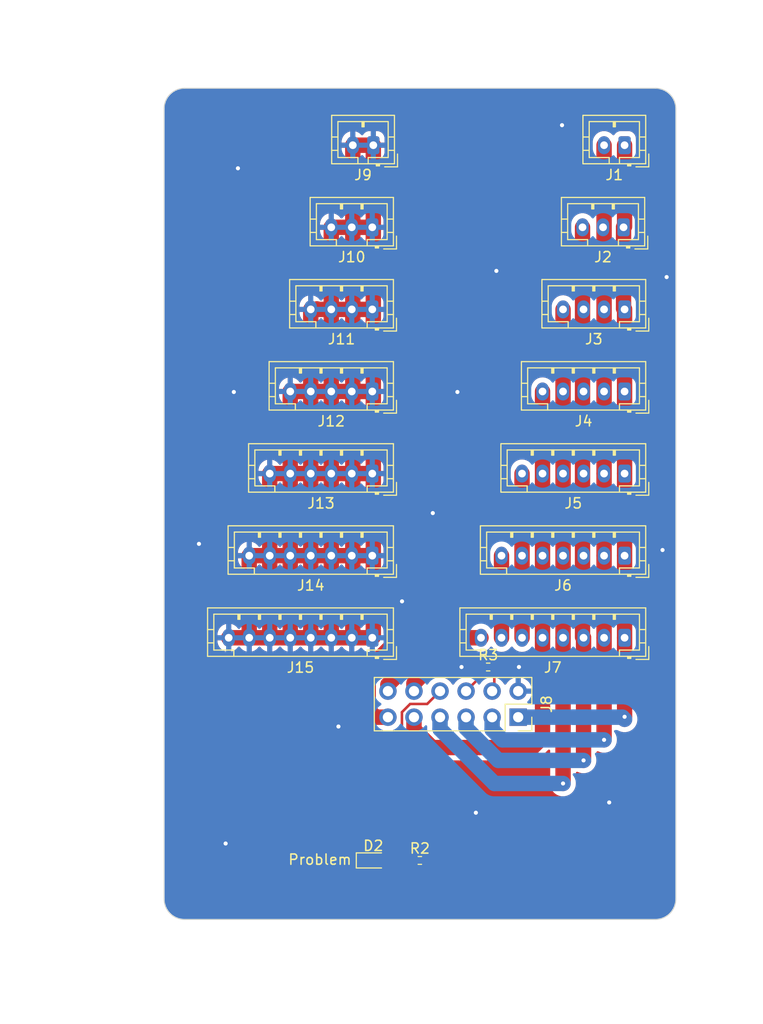
<source format=kicad_pcb>
(kicad_pcb (version 20221018) (generator pcbnew)
  (layers (0 "F.Cu" signal) (31 "B.Cu" signal) (34 "B.Paste" user) (35 "F.Paste" user) (36 "B.SilkS" user "B.Silkscreen") (37 "F.SilkS" user "F.Silkscreen") (38 "B.Mask" user) (39 "F.Mask" user) (44 "Edge.Cuts" user))
  (net 0 "")
  (net 1 "GND")
  (net 2 "/GPIO")
  (net 3 "Net-(D2-A)")
  (net 4 "Net-(J1-Pin_1)")
  (net 5 "Net-(J1-Pin_2)")
  (net 6 "Net-(J2-Pin_3)")
  (net 7 "Net-(J3-Pin_4)")
  (net 8 "Net-(J5-Pin_6)")
  (net 9 "Net-(J6-Pin_7)")
  (net 10 "Net-(J7-Pin_8)")
  (net 11 "/ADC")
  (net 12 "/GPIO9")
  (net 13 "Net-(J4-Pin_5)")
  (footprint "Connector_PinSocket_2.54mm:PinSocket_2x06_P2.54mm_Vertical" (layer "F.Cu") (at 174.125 135.29 -90)
    (fp_text reference "J8" (at -1.27 -2.77 90) (layer "F.SilkS"))
    (fp_text value "Conn_02x06_Odd_Even")
    (pad "1" thru_hole rect (at 0 0 270) (size 1.7 1.7) (drill 1) (layers "*.Cu" "*.Mask") (net 4 "Net-(J1-Pin_1)"))
    (pad "2" thru_hole oval (at -2.54 0 270) (size 1.7 1.7) (drill 1) (layers "*.Cu" "*.Mask") (net 1 "GND"))
    (pad "3" thru_hole oval (at 0 2.54 270) (size 1.7 1.7) (drill 1) (layers "*.Cu" "*.Mask") (net 5 "Net-(J1-Pin_2)"))
    (pad "4" thru_hole oval (at -2.54 2.54 270) (size 1.7 1.7) (drill 1) (layers "*.Cu" "*.Mask") (net 2 "/GPIO"))
    (pad "5" thru_hole oval (at 0 5.08 270) (size 1.7 1.7) (drill 1) (layers "*.Cu" "*.Mask") (net 6 "Net-(J2-Pin_3)"))
    (pad "6" thru_hole oval (at -2.54 5.08 270) (size 1.7 1.7) (drill 1) (layers "*.Cu" "*.Mask") (net 11 "/ADC"))
    (pad "7" thru_hole oval (at 0 7.62 270) (size 1.7 1.7) (drill 1) (layers "*.Cu" "*.Mask") (net 7 "Net-(J3-Pin_4)"))
    (pad "8" thru_hole oval (at -2.54 7.62 270) (size 1.7 1.7) (drill 1) (layers "*.Cu" "*.Mask") (net 12 "/GPIO9"))
    (pad "9" thru_hole oval (at 0 10.16 270) (size 1.7 1.7) (drill 1) (layers "*.Cu" "*.Mask") (net 13 "Net-(J4-Pin_5)"))
    (pad "10" thru_hole oval (at -2.54 10.16 270) (size 1.7 1.7) (drill 1) (layers "*.Cu" "*.Mask") (net 10 "Net-(J7-Pin_8)"))
    (pad "11" thru_hole oval (at 0 12.7 270) (size 1.7 1.7) (drill 1) (layers "*.Cu" "*.Mask") (net 8 "Net-(J5-Pin_6)"))
    (pad "12" thru_hole oval (at -2.54 12.7 270) (size 1.7 1.7) (drill 1) (layers "*.Cu" "*.Mask") (net 9 "Net-(J6-Pin_7)"))
  )
  (footprint "Connector_JST:JST_PH_B7B-PH-K_1x07_P2.00mm_Vertical" (layer "F.Cu") (at 184.5 119.55 180)
    (fp_text reference "J6" (at 6 -2.9) (layer "F.SilkS"))
    (fp_text value "Conn_01x07")
    (pad "1" thru_hole roundrect (at 0 0 180) (size 1.2 1.75) (drill 0.75) (layers "*.Cu" "*.Mask") (roundrect_rratio 0.208333) (net 4 "Net-(J1-Pin_1)"))
    (pad "2" thru_hole oval (at 2 0 180) (size 1.2 1.75) (drill 0.75) (layers "*.Cu" "*.Mask") (net 5 "Net-(J1-Pin_2)"))
    (pad "3" thru_hole oval (at 4 0 180) (size 1.2 1.75) (drill 0.75) (layers "*.Cu" "*.Mask") (net 6 "Net-(J2-Pin_3)"))
    (pad "4" thru_hole oval (at 6 0 180) (size 1.2 1.75) (drill 0.75) (layers "*.Cu" "*.Mask") (net 7 "Net-(J3-Pin_4)"))
    (pad "5" thru_hole oval (at 8 0 180) (size 1.2 1.75) (drill 0.75) (layers "*.Cu" "*.Mask") (net 13 "Net-(J4-Pin_5)"))
    (pad "6" thru_hole oval (at 10 0 180) (size 1.2 1.75) (drill 0.75) (layers "*.Cu" "*.Mask") (net 8 "Net-(J5-Pin_6)"))
    (pad "7" thru_hole oval (at 12 0 180) (size 1.2 1.75) (drill 0.75) (layers "*.Cu" "*.Mask") (net 9 "Net-(J6-Pin_7)"))
  )
  (footprint "Connector_JST:JST_PH_B6B-PH-K_1x06_P2.00mm_Vertical" (layer "F.Cu") (at 184.5 111.55 180)
    (fp_text reference "J5" (at 5 -2.9) (layer "F.SilkS"))
    (fp_text value "Conn_01x06")
    (pad "1" thru_hole roundrect (at 0 0 180) (size 1.2 1.75) (drill 0.75) (layers "*.Cu" "*.Mask") (roundrect_rratio 0.208333) (net 4 "Net-(J1-Pin_1)"))
    (pad "2" thru_hole oval (at 2 0 180) (size 1.2 1.75) (drill 0.75) (layers "*.Cu" "*.Mask") (net 5 "Net-(J1-Pin_2)"))
    (pad "3" thru_hole oval (at 4 0 180) (size 1.2 1.75) (drill 0.75) (layers "*.Cu" "*.Mask") (net 6 "Net-(J2-Pin_3)"))
    (pad "4" thru_hole oval (at 6 0 180) (size 1.2 1.75) (drill 0.75) (layers "*.Cu" "*.Mask") (net 7 "Net-(J3-Pin_4)"))
    (pad "5" thru_hole oval (at 8 0 180) (size 1.2 1.75) (drill 0.75) (layers "*.Cu" "*.Mask") (net 13 "Net-(J4-Pin_5)"))
    (pad "6" thru_hole oval (at 10 0 180) (size 1.2 1.75) (drill 0.75) (layers "*.Cu" "*.Mask") (net 8 "Net-(J5-Pin_6)"))
  )
  (footprint "Resistor_SMD:R_0402_1005Metric_Pad0.72x0.64mm_HandSolder" (layer "F.Cu") (at 164.5375 149.25)
    (fp_text reference "R2" (at 0 -1.17) (layer "F.SilkS"))
    (fp_text value "470")
    (pad "1" smd roundrect (at -0.5975 0) (size 0.715 0.64) (layers "F.Cu" "F.Paste" "F.Mask") (net 12 "/GPIO9"))
    (pad "2" smd roundrect (at 0.5975 0) (size 0.715 0.64) (layers "F.Cu" "F.Paste" "F.Mask") (net 3 "Net-(D2-A)"))
  )
  (footprint "Connector_JST:JST_PH_B8B-PH-K_1x08_P2.00mm_Vertical" (layer "F.Cu") (at 159.9 127.55 180)
    (fp_text reference "J15" (at 7 -2.9 180) (layer "F.SilkS"))
    (fp_text value "Conn_01x08")
    (pad "1" thru_hole roundrect (at 0 0 180) (size 1.2 1.75) (drill 0.75) (layers "*.Cu" "*.Mask") (roundrect_rratio 0.208333) (net 1 "GND"))
    (pad "2" thru_hole oval (at 2 0 180) (size 1.2 1.75) (drill 0.75) (layers "*.Cu" "*.Mask") (net 1 "GND"))
    (pad "3" thru_hole oval (at 4 0 180) (size 1.2 1.75) (drill 0.75) (layers "*.Cu" "*.Mask") (net 1 "GND"))
    (pad "4" thru_hole oval (at 6 0 180) (size 1.2 1.75) (drill 0.75) (layers "*.Cu" "*.Mask") (net 1 "GND"))
    (pad "5" thru_hole oval (at 8 0 180) (size 1.2 1.75) (drill 0.75) (layers "*.Cu" "*.Mask") (net 1 "GND"))
    (pad "6" thru_hole oval (at 10 0 180) (size 1.2 1.75) (drill 0.75) (layers "*.Cu" "*.Mask") (net 1 "GND"))
    (pad "7" thru_hole oval (at 12 0 180) (size 1.2 1.75) (drill 0.75) (layers "*.Cu" "*.Mask") (net 1 "GND"))
    (pad "8" thru_hole oval (at 14 0 180) (size 1.2 1.75) (drill 0.75) (layers "*.Cu" "*.Mask") (net 1 "GND"))
  )
  (footprint "Connector_JST:JST_PH_B8B-PH-K_1x08_P2.00mm_Vertical" (layer "F.Cu") (at 184.5 127.55 180)
    (fp_text reference "J7" (at 7 -2.9) (layer "F.SilkS"))
    (fp_text value "Conn_01x08")
    (pad "1" thru_hole roundrect (at 0 0 180) (size 1.2 1.75) (drill 0.75) (layers "*.Cu" "*.Mask") (roundrect_rratio 0.208333) (net 4 "Net-(J1-Pin_1)"))
    (pad "2" thru_hole oval (at 2 0 180) (size 1.2 1.75) (drill 0.75) (layers "*.Cu" "*.Mask") (net 5 "Net-(J1-Pin_2)"))
    (pad "3" thru_hole oval (at 4 0 180) (size 1.2 1.75) (drill 0.75) (layers "*.Cu" "*.Mask") (net 6 "Net-(J2-Pin_3)"))
    (pad "4" thru_hole oval (at 6 0 180) (size 1.2 1.75) (drill 0.75) (layers "*.Cu" "*.Mask") (net 7 "Net-(J3-Pin_4)"))
    (pad "5" thru_hole oval (at 8 0 180) (size 1.2 1.75) (drill 0.75) (layers "*.Cu" "*.Mask") (net 13 "Net-(J4-Pin_5)"))
    (pad "6" thru_hole oval (at 10 0 180) (size 1.2 1.75) (drill 0.75) (layers "*.Cu" "*.Mask") (net 8 "Net-(J5-Pin_6)"))
    (pad "7" thru_hole oval (at 12 0 180) (size 1.2 1.75) (drill 0.75) (layers "*.Cu" "*.Mask") (net 9 "Net-(J6-Pin_7)"))
    (pad "8" thru_hole oval (at 14 0 180) (size 1.2 1.75) (drill 0.75) (layers "*.Cu" "*.Mask") (net 10 "Net-(J7-Pin_8)"))
  )
  (footprint "Connector_JST:JST_PH_B2B-PH-K_1x02_P2.00mm_Vertical" (layer "F.Cu") (at 184.5 79.55 180)
    (fp_text reference "J1" (at 1 -2.9) (layer "F.SilkS"))
    (fp_text value "Conn_01x02")
    (pad "1" thru_hole roundrect (at 0 0 180) (size 1.2 1.75) (drill 0.75) (layers "*.Cu" "*.Mask") (roundrect_rratio 0.208333) (net 4 "Net-(J1-Pin_1)"))
    (pad "2" thru_hole oval (at 2 0 180) (size 1.2 1.75) (drill 0.75) (layers "*.Cu" "*.Mask") (net 5 "Net-(J1-Pin_2)"))
  )
  (footprint "Connector_JST:JST_PH_B5B-PH-K_1x05_P2.00mm_Vertical" (layer "F.Cu") (at 184.5 103.55 180)
    (fp_text reference "J4" (at 4 -2.9) (layer "F.SilkS"))
    (fp_text value "Conn_01x05")
    (pad "1" thru_hole roundrect (at 0 0 180) (size 1.2 1.75) (drill 0.75) (layers "*.Cu" "*.Mask") (roundrect_rratio 0.208333) (net 4 "Net-(J1-Pin_1)"))
    (pad "2" thru_hole oval (at 2 0 180) (size 1.2 1.75) (drill 0.75) (layers "*.Cu" "*.Mask") (net 5 "Net-(J1-Pin_2)"))
    (pad "3" thru_hole oval (at 4 0 180) (size 1.2 1.75) (drill 0.75) (layers "*.Cu" "*.Mask") (net 6 "Net-(J2-Pin_3)"))
    (pad "4" thru_hole oval (at 6 0 180) (size 1.2 1.75) (drill 0.75) (layers "*.Cu" "*.Mask") (net 7 "Net-(J3-Pin_4)"))
    (pad "5" thru_hole oval (at 8 0 180) (size 1.2 1.75) (drill 0.75) (layers "*.Cu" "*.Mask") (net 13 "Net-(J4-Pin_5)"))
  )
  (footprint "LED_SMD:LED_0603_1608Metric_Pad1.05x0.95mm_HandSolder" (layer "F.Cu") (at 160 149.25)
    (fp_text reference "D2" (at 0 -1.43) (layer "F.SilkS"))
    (fp_text value "LED")
    (pad "1" smd roundrect (at -0.875 0) (size 1.05 0.95) (layers "F.Cu" "F.Paste" "F.Mask") (net 1 "GND"))
    (pad "2" smd roundrect (at 0.875 0) (size 1.05 0.95) (layers "F.Cu" "F.Paste" "F.Mask") (net 3 "Net-(D2-A)"))
  )
  (footprint "Connector_JST:JST_PH_B7B-PH-K_1x07_P2.00mm_Vertical" (layer "F.Cu") (at 159.9 119.55 180)
    (fp_text reference "J14" (at 6 -2.9 180) (layer "F.SilkS"))
    (fp_text value "Conn_01x07")
    (pad "1" thru_hole roundrect (at 0 0 180) (size 1.2 1.75) (drill 0.75) (layers "*.Cu" "*.Mask") (roundrect_rratio 0.208333) (net 1 "GND"))
    (pad "2" thru_hole oval (at 2 0 180) (size 1.2 1.75) (drill 0.75) (layers "*.Cu" "*.Mask") (net 1 "GND"))
    (pad "3" thru_hole oval (at 4 0 180) (size 1.2 1.75) (drill 0.75) (layers "*.Cu" "*.Mask") (net 1 "GND"))
    (pad "4" thru_hole oval (at 6 0 180) (size 1.2 1.75) (drill 0.75) (layers "*.Cu" "*.Mask") (net 1 "GND"))
    (pad "5" thru_hole oval (at 8 0 180) (size 1.2 1.75) (drill 0.75) (layers "*.Cu" "*.Mask") (net 1 "GND"))
    (pad "6" thru_hole oval (at 10 0 180) (size 1.2 1.75) (drill 0.75) (layers "*.Cu" "*.Mask") (net 1 "GND"))
    (pad "7" thru_hole oval (at 12 0 180) (size 1.2 1.75) (drill 0.75) (layers "*.Cu" "*.Mask") (net 1 "GND"))
  )
  (footprint "Connector_JST:JST_PH_B2B-PH-K_1x02_P2.00mm_Vertical" (layer "F.Cu") (at 160 79.55 180)
    (fp_text reference "J9" (at 1 -2.9 180) (layer "F.SilkS"))
    (fp_text value "Conn_01x02")
    (pad "1" thru_hole roundrect (at 0 0 180) (size 1.2 1.75) (drill 0.75) (layers "*.Cu" "*.Mask") (roundrect_rratio 0.208333) (net 1 "GND"))
    (pad "2" thru_hole oval (at 2 0 180) (size 1.2 1.75) (drill 0.75) (layers "*.Cu" "*.Mask") (net 1 "GND"))
  )
  (footprint "Connector_JST:JST_PH_B3B-PH-K_1x03_P2.00mm_Vertical" (layer "F.Cu") (at 184.4 87.55 180)
    (fp_text reference "J2" (at 2 -2.9) (layer "F.SilkS"))
    (fp_text value "Conn_01x03")
    (pad "1" thru_hole roundrect (at 0 0 180) (size 1.2 1.75) (drill 0.75) (layers "*.Cu" "*.Mask") (roundrect_rratio 0.208333) (net 4 "Net-(J1-Pin_1)"))
    (pad "2" thru_hole oval (at 2 0 180) (size 1.2 1.75) (drill 0.75) (layers "*.Cu" "*.Mask") (net 5 "Net-(J1-Pin_2)"))
    (pad "3" thru_hole oval (at 4 0 180) (size 1.2 1.75) (drill 0.75) (layers "*.Cu" "*.Mask") (net 6 "Net-(J2-Pin_3)"))
  )
  (footprint "Connector_JST:JST_PH_B3B-PH-K_1x03_P2.00mm_Vertical" (layer "F.Cu") (at 159.9 87.55 180)
    (fp_text reference "J10" (at 2 -2.9 180) (layer "F.SilkS"))
    (fp_text value "Conn_01x03")
    (pad "1" thru_hole roundrect (at 0 0 180) (size 1.2 1.75) (drill 0.75) (layers "*.Cu" "*.Mask") (roundrect_rratio 0.208333) (net 1 "GND"))
    (pad "2" thru_hole oval (at 2 0 180) (size 1.2 1.75) (drill 0.75) (layers "*.Cu" "*.Mask") (net 1 "GND"))
    (pad "3" thru_hole oval (at 4 0 180) (size 1.2 1.75) (drill 0.75) (layers "*.Cu" "*.Mask") (net 1 "GND"))
  )
  (footprint "Connector_JST:JST_PH_B4B-PH-K_1x04_P2.00mm_Vertical" (layer "F.Cu") (at 184.5 95.55 180)
    (fp_text reference "J3" (at 3 -2.9) (layer "F.SilkS"))
    (fp_text value "Conn_01x04")
    (pad "1" thru_hole roundrect (at 0 0 180) (size 1.2 1.75) (drill 0.75) (layers "*.Cu" "*.Mask") (roundrect_rratio 0.208333) (net 4 "Net-(J1-Pin_1)"))
    (pad "2" thru_hole oval (at 2 0 180) (size 1.2 1.75) (drill 0.75) (layers "*.Cu" "*.Mask") (net 5 "Net-(J1-Pin_2)"))
    (pad "3" thru_hole oval (at 4 0 180) (size 1.2 1.75) (drill 0.75) (layers "*.Cu" "*.Mask") (net 6 "Net-(J2-Pin_3)"))
    (pad "4" thru_hole oval (at 6 0 180) (size 1.2 1.75) (drill 0.75) (layers "*.Cu" "*.Mask") (net 7 "Net-(J3-Pin_4)"))
  )
  (footprint "Resistor_SMD:R_0402_1005Metric_Pad0.72x0.64mm_HandSolder" (layer "F.Cu") (at 171.2 130.4)
    (fp_text reference "R3" (at 0 -1.17) (layer "F.SilkS"))
    (fp_text value "R")
    (pad "1" smd roundrect (at -0.5975 0) (size 0.715 0.64) (layers "F.Cu" "F.Paste" "F.Mask") (net 11 "/ADC"))
    (pad "2" smd roundrect (at 0.5975 0) (size 0.715 0.64) (layers "F.Cu" "F.Paste" "F.Mask") (net 2 "/GPIO"))
  )
  (footprint "Connector_JST:JST_PH_B4B-PH-K_1x04_P2.00mm_Vertical" (layer "F.Cu") (at 159.9 95.55 180)
    (fp_text reference "J11" (at 3 -2.9 180) (layer "F.SilkS"))
    (fp_text value "Conn_01x04")
    (pad "1" thru_hole roundrect (at 0 0 180) (size 1.2 1.75) (drill 0.75) (layers "*.Cu" "*.Mask") (roundrect_rratio 0.208333) (net 1 "GND"))
    (pad "2" thru_hole oval (at 2 0 180) (size 1.2 1.75) (drill 0.75) (layers "*.Cu" "*.Mask") (net 1 "GND"))
    (pad "3" thru_hole oval (at 4 0 180) (size 1.2 1.75) (drill 0.75) (layers "*.Cu" "*.Mask") (net 1 "GND"))
    (pad "4" thru_hole oval (at 6 0 180) (size 1.2 1.75) (drill 0.75) (layers "*.Cu" "*.Mask") (net 1 "GND"))
  )
  (footprint "Connector_JST:JST_PH_B6B-PH-K_1x06_P2.00mm_Vertical" (layer "F.Cu") (at 159.9 111.55 180)
    (fp_text reference "J13" (at 5 -2.9 180) (layer "F.SilkS"))
    (fp_text value "Conn_01x06")
    (pad "1" thru_hole roundrect (at 0 0 180) (size 1.2 1.75) (drill 0.75) (layers "*.Cu" "*.Mask") (roundrect_rratio 0.208333) (net 1 "GND"))
    (pad "2" thru_hole oval (at 2 0 180) (size 1.2 1.75) (drill 0.75) (layers "*.Cu" "*.Mask") (net 1 "GND"))
    (pad "3" thru_hole oval (at 4 0 180) (size 1.2 1.75) (drill 0.75) (layers "*.Cu" "*.Mask") (net 1 "GND"))
    (pad "4" thru_hole oval (at 6 0 180) (size 1.2 1.75) (drill 0.75) (layers "*.Cu" "*.Mask") (net 1 "GND"))
    (pad "5" thru_hole oval (at 8 0 180) (size 1.2 1.75) (drill 0.75) (layers "*.Cu" "*.Mask") (net 1 "GND"))
    (pad "6" thru_hole oval (at 10 0 180) (size 1.2 1.75) (drill 0.75) (layers "*.Cu" "*.Mask") (net 1 "GND"))
  )
  (footprint "Connector_JST:JST_PH_B5B-PH-K_1x05_P2.00mm_Vertical" (layer "F.Cu") (at 159.9 103.55 180)
    (fp_text reference "J12" (at 4 -2.9 180) (layer "F.SilkS"))
    (fp_text value "Conn_01x05")
    (pad "1" thru_hole roundrect (at 0 0 180) (size 1.2 1.75) (drill 0.75) (layers "*.Cu" "*.Mask") (roundrect_rratio 0.208333) (net 1 "GND"))
    (pad "2" thru_hole oval (at 2 0 180) (size 1.2 1.75) (drill 0.75) (layers "*.Cu" "*.Mask") (net 1 "GND"))
    (pad "3" thru_hole oval (at 4 0 180) (size 1.2 1.75) (drill 0.75) (layers "*.Cu" "*.Mask") (net 1 "GND"))
    (pad "4" thru_hole oval (at 6 0 180) (size 1.2 1.75) (drill 0.75) (layers "*.Cu" "*.Mask") (net 1 "GND"))
    (pad "5" thru_hole oval (at 8 0 180) (size 1.2 1.75) (drill 0.75) (layers "*.Cu" "*.Mask") (net 1 "GND"))
  )
  (gr_line (start 141.6 74) (end 187.499999 74.000001) (stroke (width 0.1)) (layer "Edge.Cuts"))
  (gr_line (start 139.6 76) (end 139.6 153) (stroke (width 0.1)) (layer "Edge.Cuts"))
  (gr_arc (start 141.6 155) (mid 140.185786 154.414214) (end 139.6 153) (stroke (width 0.1)) (layer "Edge.Cuts"))
  (gr_arc (start 189.499999 152.999999) (mid 188.914213 154.414213) (end 187.499999 154.999999) (stroke (width 0.1)) (layer "Edge.Cuts"))
  (gr_line (start 141.6 155) (end 187.499999 154.999999) (stroke (width 0.1)) (layer "Edge.Cuts"))
  (gr_arc (start 187.499999 74.000001) (mid 188.914213 74.585787) (end 189.499999 76.000001) (stroke (width 0.1)) (layer "Edge.Cuts"))
  (gr_arc (start 139.6 76) (mid 140.185786 74.585786) (end 141.6 74) (stroke (width 0.1)) (layer "Edge.Cuts"))
  (gr_line (start 189.499999 152.999999) (end 189.499999 76.000001) (stroke (width 0.1)) (layer "Edge.Cuts"))
  (gr_text "Problem\n" (at 151.625 149.75) (layer "F.SilkS") (effects (font (size 1 1)) (justify left bottom)))
  (segment (start 160 79.55) (end 160 127.45) (width 1.5) (layer "F.Cu") (net 1))
  (segment (start 151.9 103.55) (end 151.9 127.55) (width 1.5) (layer "F.Cu") (net 1))
  (segment (start 147.9 119.55) (end 159.9 119.55) (width 1.5) (layer "F.Cu") (net 1))
  (segment (start 158 127.45) (end 157.9 127.55) (width 1.5) (layer "F.Cu") (net 1))
  (segment (start 160 79.55) (end 158 79.55) (width 1.5) (layer "F.Cu") (net 1))
  (segment (start 154.55 95.55) (end 154.5 95.5) (width 1.5) (layer "F.Cu") (net 1))
  (segment (start 149.9 111.55) (end 159.9 111.55) (width 1.5) (layer "F.Cu") (net 1))
  (segment (start 159.9 87.55) (end 155.9 87.55) (width 1.5) (layer "F.Cu") (net 1))
  (segment (start 153.9 95.55) (end 153.9 127.55) (width 1.5) (layer "F.Cu") (net 1))
  (segment (start 155.9 127.55) (end 155.9 87.55) (width 1.5) (layer "F.Cu") (net 1))
  (segment (start 147.9 119.55) (end 147.9 127.55) (width 1.5) (layer "F.Cu") (net 1))
  (segment (start 149.9 127.55) (end 149.9 111.55) (width 1.5) (layer "F.Cu") (net 1))
  (segment (start 160 127.45) (end 159.9 127.55) (width 1.5) (layer "F.Cu") (net 1))
  (segment (start 151.9 103.55) (end 159.9 103.55) (width 1.5) (layer "F.Cu") (net 1))
  (segment (start 158 79.55) (end 158 127.45) (width 1.5) (layer "F.Cu") (net 1))
  (segment (start 159.9 95.55) (end 154.55 95.55) (width 1.5) (layer "F.Cu") (net 1))
  (segment (start 145.9 127.55) (end 159.9 127.55) (width 1.5) (layer "F.Cu") (net 1))
  (via (at 178.4 77.6) (size 0.8) (drill 0.4) (layers "F.Cu" "B.Cu") (net 1))
  (via (at 188.6 92.4) (size 0.8) (drill 0.4) (layers "F.Cu" "B.Cu") (net 1))
  (via (at 156.6 136.2) (size 0.8) (drill 0.4) (layers "F.Cu" "B.Cu") (net 1))
  (via (at 146.8 81.8) (size 0.8) (drill 0.4) (layers "F.Cu" "B.Cu") (net 1))
  (via (at 188.2 119) (size 0.8) (drill 0.4) (layers "F.Cu" "B.Cu") (net 1))
  (via (at 168.2 103.6) (size 0.8) (drill 0.4) (layers "F.Cu" "B.Cu") (net 1))
  (via (at 145.6 147.6) (size 0.8) (drill 0.4) (layers "F.Cu" "B.Cu") (net 1))
  (via (at 146.4 103.6) (size 0.8) (drill 0.4) (layers "F.Cu" "B.Cu") (net 1))
  (via (at 172 91.8) (size 0.8) (drill 0.4) (layers "F.Cu" "B.Cu") (net 1))
  (via (at 165.8 115.4) (size 0.8) (drill 0.4) (layers "F.Cu" "B.Cu") (net 1))
  (via (at 183 143.6) (size 0.8) (drill 0.4) (layers "F.Cu" "B.Cu") (net 1))
  (via (at 168.6 130.4) (size 0.8) (drill 0.4) (layers "F.Cu" "B.Cu") (net 1))
  (via (at 143 118.4) (size 0.8) (drill 0.4) (layers "F.Cu" "B.Cu") (net 1))
  (via (at 162.8 124) (size 0.8) (drill 0.4) (layers "F.Cu" "B.Cu") (net 1))
  (via (at 174.2 130.4) (size 0.8) (drill 0.4) (layers "F.Cu" "B.Cu") (net 1))
  (via (at 170 144.6) (size 0.8) (drill 0.4) (layers "F.Cu" "B.Cu") (net 1))
  (segment (start 171.7975 132.5375) (end 171.585 132.75) (width 0.25) (layer "F.Cu") (net 2))
  (segment (start 171.7975 130.4) (end 171.7975 132.5375) (width 0.25) (layer "F.Cu") (net 2))
  (segment (start 161.52 149.895) (end 164.49 149.895) (width 0.25) (layer "F.Cu") (net 3))
  (segment (start 160.875 149.25) (end 161.52 149.895) (width 0.25) (layer "F.Cu") (net 3))
  (segment (start 164.49 149.895) (end 165.135 149.25) (width 0.25) (layer "F.Cu") (net 3))
  (segment (start 184.5 127.55) (end 184.5 135.25) (width 1.5) (layer "F.Cu") (net 4))
  (segment (start 184.5 95.55) (end 184.5 103.55) (width 1.5) (layer "F.Cu") (net 4))
  (segment (start 184.5 79.55) (end 184.5 87.45) (width 1.5) (layer "F.Cu") (net 4))
  (segment (start 184.5 87.45) (end 184.4 87.55) (width 1.5) (layer "F.Cu") (net 4))
  (segment (start 184.5 135.25) (end 184.5 135.5) (width 1.5) (layer "F.Cu") (net 4))
  (segment (start 184.4 95.45) (end 184.5 95.55) (width 1.5) (layer "F.Cu") (net 4))
  (segment (start 184.4 87.55) (end 184.4 95.45) (width 1.5) (layer "F.Cu") (net 4))
  (segment (start 184.5 119.55) (end 184.5 127.55) (width 1.5) (layer "F.Cu") (net 4))
  (segment (start 184.5 111.55) (end 184.5 119.55) (width 1.5) (layer "F.Cu") (net 4))
  (segment (start 184.5 111.55) (end 184.5 103.55) (width 1.5) (layer "F.Cu") (net 4))
  (via (at 184.5 135.25) (size 0.8) (drill 0.4) (layers "F.Cu" "B.Cu") (net 4))
  (segment (start 184.5 135.5) (end 184.29 135.29) (width 1.5) (layer "B.Cu") (net 4))
  (segment (start 174.125 135.29) (end 179.5 135.29) (width 1.5) (layer "B.Cu") (net 4))
  (segment (start 184.29 135.29) (end 179.5 135.29) (width 1.5) (layer "B.Cu") (net 4))
  (segment (start 179.5 135.29) (end 180.79 135.29) (width 1.5) (layer "B.Cu") (net 4))
  (segment (start 182.5 111.55) (end 182.5 79.55) (width 1.5) (layer "F.Cu") (net 5))
  (segment (start 182.5 119.55) (end 182.5 111.55) (width 1.5) (layer "F.Cu") (net 5))
  (segment (start 182.5 127.55) (end 182.5 137.5) (width 1.5) (layer "F.Cu") (net 5))
  (segment (start 182.5 127.55) (end 182.5 119.55) (width 1.5) (layer "F.Cu") (net 5))
  (via (at 182.5 137.5) (size 0.8) (drill 0.4) (layers "F.Cu" "B.Cu") (net 5))
  (segment (start 171.585 135.29) (end 171.585 136.492081) (width 1.5) (layer "B.Cu") (net 5))
  (segment (start 172.592919 137.5) (end 182.5 137.5) (width 1.5) (layer "B.Cu") (net 5))
  (segment (start 171.585 136.492081) (end 172.592919 137.5) (width 1.5) (layer "B.Cu") (net 5))
  (segment (start 180.5 127.55) (end 180.5 139.5) (width 1.5) (layer "F.Cu") (net 6))
  (segment (start 180.4 127.45) (end 180.5 127.55) (width 1.5) (layer "F.Cu") (net 6))
  (segment (start 180.4 87.55) (end 180.4 127.45) (width 1.5) (layer "F.Cu") (net 6))
  (via (at 180.5 139.5) (size 0.8) (drill 0.4) (layers "F.Cu" "B.Cu") (net 6))
  (segment (start 172.188755 139.5) (end 180.5 139.5) (width 1.5) (layer "B.Cu") (net 6))
  (segment (start 169.045 136.356245) (end 172.188755 139.5) (width 1.5) (layer "B.Cu") (net 6))
  (segment (start 169.045 135.29) (end 169.045 136.356245) (width 1.5) (layer "B.Cu") (net 6))
  (segment (start 178.5 127.55) (end 178.5 141.75) (width 1.5) (layer "F.Cu") (net 7))
  (segment (start 178.5 95.55) (end 178.5 127.55) (width 1.5) (layer "F.Cu") (net 7))
  (via (at 178.5 141.75) (size 0.8) (drill 0.4) (layers "F.Cu" "B.Cu") (net 7))
  (segment (start 166.505 136.447374) (end 166.505 135.29) (width 1.5) (layer "B.Cu") (net 7))
  (segment (start 178.5 141.75) (end 171.807626 141.75) (width 1.5) (layer "B.Cu") (net 7))
  (segment (start 171.807626 141.75) (end 166.505 136.447374) (width 1.5) (layer "B.Cu") (net 7))
  (segment (start 159.5 130.622056) (end 168 122.122056) (width 1.5) (layer "F.Cu") (net 8))
  (segment (start 174.5 111.55) (end 174.5 115) (width 1.5) (layer "F.Cu") (net 8))
  (segment (start 174.5 115) (end 174.5 127.55) (width 1.5) (layer "F.Cu") (net 8))
  (segment (start 168 120) (end 173 115) (width 1.5) (layer "F.Cu") (net 8))
  (segment (start 173 115) (end 174.5 115) (width 1.5) (layer "F.Cu") (net 8))
  (segment (start 168 122.122056) (end 168 120) (width 1.5) (layer "F.Cu") (net 8))
  (segment (start 160.222919 135.29) (end 159.5 134.567081) (width 1.5) (layer "F.Cu") (net 8))
  (segment (start 161.425 135.29) (end 160.222919 135.29) (width 1.5) (layer "F.Cu") (net 8))
  (segment (start 159.5 134.567081) (end 159.5 130.622056) (width 1.5) (layer "F.Cu") (net 8))
  (segment (start 170.045837 123.5) (end 172.5 123.5) (width 1.5) (layer "F.Cu") (net 9))
  (segment (start 172.5 123.5) (end 172.5 119.55) (width 1.5) (layer "F.Cu") (net 9))
  (segment (start 172.5 127.55) (end 172.5 123.5) (width 1.5) (layer "F.Cu") (net 9))
  (segment (start 161.425 132.120837) (end 170.045837 123.5) (width 1.5) (layer "F.Cu") (net 9))
  (segment (start 161.425 132.75) (end 161.425 132.120837) (width 1.5) (layer "F.Cu") (net 9))
  (segment (start 168.4 127.55) (end 163.965 131.985) (width 1.5) (layer "F.Cu") (net 10))
  (segment (start 170.5 127.55) (end 168.4 127.55) (width 1.5) (layer "F.Cu") (net 10))
  (segment (start 163.965 131.985) (end 163.965 132.75) (width 1.5) (layer "F.Cu") (net 10))
  (segment (start 169.045 132.75) (end 170.6025 131.1925) (width 0.25) (layer "F.Cu") (net 11))
  (segment (start 170.6025 131.1925) (end 170.6025 130.4) (width 0.25) (layer "F.Cu") (net 11))
  (segment (start 163.94 149.25) (end 162.79 148.1) (width 0.25) (layer "F.Cu") (net 12))
  (segment (start 162.79 148.1) (end 162.79 134.803299) (width 0.25) (layer "F.Cu") (net 12))
  (segment (start 165.255 134) (end 166.505 132.75) (width 0.25) (layer "F.Cu") (net 12))
  (segment (start 163.593299 134) (end 165.255 134) (width 0.25) (layer "F.Cu") (net 12))
  (segment (start 162.79 134.803299) (end 163.593299 134) (width 0.25) (layer "F.Cu") (net 12))
  (segment (start 163.965 136.492081) (end 163.965 135.29) (width 1.5) (layer "F.Cu") (net 13))
  (segment (start 176.5 127.55) (end 176.5 137.25) (width 1.5) (layer "F.Cu") (net 13))
  (segment (start 176.5 137.25) (end 175.5 138.25) (width 1.5) (layer "F.Cu") (net 13))
  (segment (start 163.965 135.29) (end 163.965 135.295585) (width 1.5) (layer "F.Cu") (net 13))
  (segment (start 175.5 138.25) (end 165.722919 138.25) (width 1.5) (layer "F.Cu") (net 13))
  (segment (start 176.5 127.55) (end 176.5 103.55) (width 1.5) (layer "F.Cu") (net 13))
  (segment (start 163.965 135.295585) (end 164 135.330585) (width 1.5) (layer "F.Cu") (net 13))
  (segment (start 165.722919 138.25) (end 163.965 136.492081) (width 1.5) (layer "F.Cu") (net 13))
  (zone (net 1) (net_name "GND") (layers "F&B.Cu") (connect_pads (clearance 0.5)) (min_thickness 0.25) (fill yes (thermal_gap 0.5) (thermal_bridge_width 0.5))
    (polygon (pts (xy 135.6 66.6) (xy 197.4 65.4) (xy 198 159.4) (xy 123.6 162.2)))
  )
)
</source>
